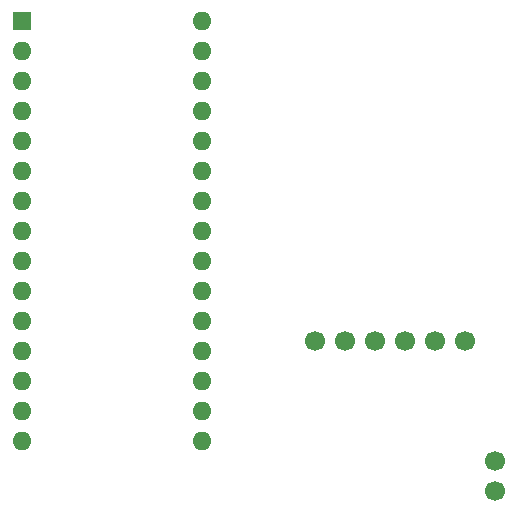
<source format=gbr>
%TF.GenerationSoftware,KiCad,Pcbnew,8.0.6*%
%TF.CreationDate,2024-12-06T13:27:22+03:00*%
%TF.ProjectId,AKB_BAS,414b425f-4241-4532-9e6b-696361645f70,rev?*%
%TF.SameCoordinates,Original*%
%TF.FileFunction,Soldermask,Bot*%
%TF.FilePolarity,Negative*%
%FSLAX46Y46*%
G04 Gerber Fmt 4.6, Leading zero omitted, Abs format (unit mm)*
G04 Created by KiCad (PCBNEW 8.0.6) date 2024-12-06 13:27:22*
%MOMM*%
%LPD*%
G01*
G04 APERTURE LIST*
%ADD10C,1.700000*%
%ADD11R,1.600000X1.600000*%
%ADD12O,1.600000X1.600000*%
G04 APERTURE END LIST*
D10*
%TO.C,U1*%
X167040000Y-96700000D03*
X167040000Y-94160000D03*
X156880000Y-84000000D03*
X159420000Y-84000000D03*
X161960000Y-84000000D03*
X164500000Y-84000000D03*
X151800000Y-84000000D03*
X154340000Y-84000000D03*
%TD*%
D11*
%TO.C,A1*%
X127000000Y-56970000D03*
D12*
X127000000Y-59510000D03*
X127000000Y-62050000D03*
X127000000Y-64590000D03*
X127000000Y-67130000D03*
X127000000Y-69670000D03*
X127000000Y-72210000D03*
X127000000Y-74750000D03*
X127000000Y-77290000D03*
X127000000Y-79830000D03*
X127000000Y-82370000D03*
X127000000Y-84910000D03*
X127000000Y-87450000D03*
X127000000Y-89990000D03*
X127000000Y-92530000D03*
X142240000Y-92530000D03*
X142240000Y-89990000D03*
X142240000Y-87450000D03*
X142240000Y-84910000D03*
X142240000Y-82370000D03*
X142240000Y-79830000D03*
X142240000Y-77290000D03*
X142240000Y-74750000D03*
X142240000Y-72210000D03*
X142240000Y-69670000D03*
X142240000Y-67130000D03*
X142240000Y-64590000D03*
X142240000Y-62050000D03*
X142240000Y-59510000D03*
X142240000Y-56970000D03*
%TD*%
M02*

</source>
